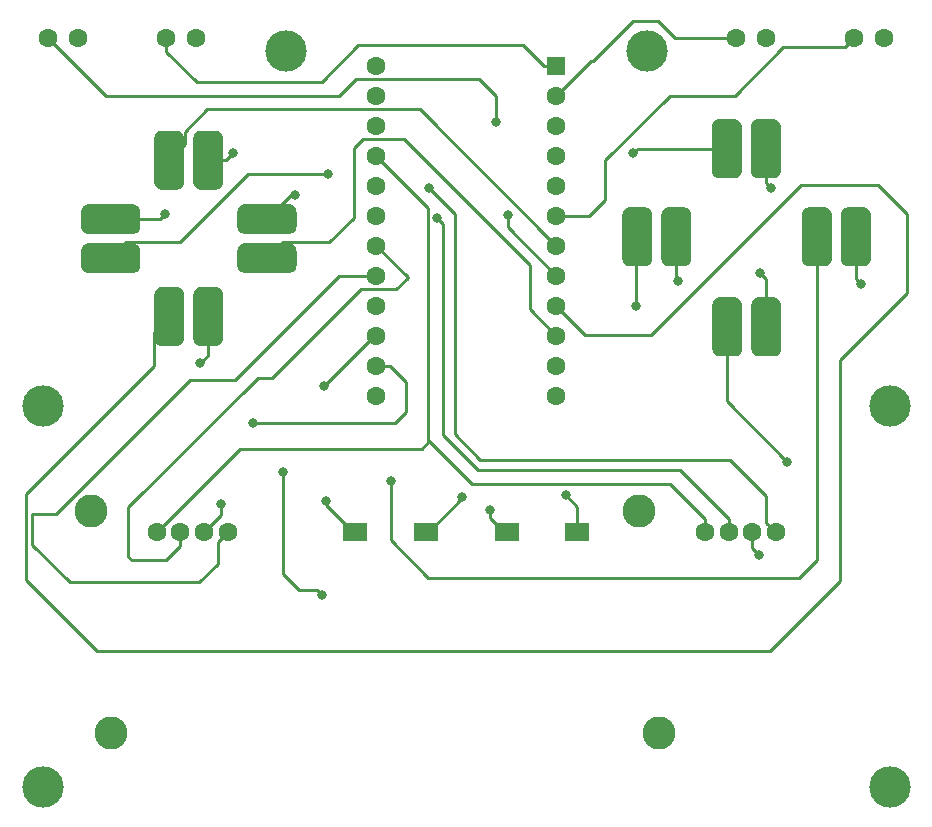
<source format=gbr>
G04 #@! TF.GenerationSoftware,KiCad,Pcbnew,5.0.2+dfsg1-1~bpo9+1*
G04 #@! TF.CreationDate,2019-08-16T14:47:34+01:00*
G04 #@! TF.ProjectId,retro_zero+a_controller,72657472-6f5f-47a6-9572-6f2b615f636f,rev?*
G04 #@! TF.SameCoordinates,Original*
G04 #@! TF.FileFunction,Copper,L1,Top*
G04 #@! TF.FilePolarity,Positive*
%FSLAX46Y46*%
G04 Gerber Fmt 4.6, Leading zero omitted, Abs format (unit mm)*
G04 Created by KiCad (PCBNEW 5.0.2+dfsg1-1~bpo9+1) date Fri 16 Aug 2019 14:47:34 BST*
%MOMM*%
%LPD*%
G01*
G04 APERTURE LIST*
G04 #@! TA.AperFunction,ComponentPad*
%ADD10R,1.600000X1.600000*%
G04 #@! TD*
G04 #@! TA.AperFunction,ComponentPad*
%ADD11C,1.600000*%
G04 #@! TD*
G04 #@! TA.AperFunction,Conductor*
%ADD12C,0.100000*%
G04 #@! TD*
G04 #@! TA.AperFunction,SMDPad,CuDef*
%ADD13C,2.500000*%
G04 #@! TD*
G04 #@! TA.AperFunction,ComponentPad*
%ADD14C,3.500000*%
G04 #@! TD*
G04 #@! TA.AperFunction,SMDPad,CuDef*
%ADD15R,2.000000X1.500000*%
G04 #@! TD*
G04 #@! TA.AperFunction,ComponentPad*
%ADD16C,2.800000*%
G04 #@! TD*
G04 #@! TA.AperFunction,ViaPad*
%ADD17C,0.800000*%
G04 #@! TD*
G04 #@! TA.AperFunction,Conductor*
%ADD18C,0.250000*%
G04 #@! TD*
G04 APERTURE END LIST*
D10*
G04 #@! TO.P,U1,1*
G04 #@! TO.N,Net-(SW13-Pad1)*
X140754100Y-62103000D03*
D11*
G04 #@! TO.P,U1,2*
G04 #@! TO.N,Net-(SW14-Pad1)*
X140754100Y-64643000D03*
G04 #@! TO.P,U1,3*
G04 #@! TO.N,Net-(U1-Pad3)*
X140754100Y-67183000D03*
G04 #@! TO.P,U1,4*
G04 #@! TO.N,Net-(U1-Pad4)*
X140754100Y-69723000D03*
G04 #@! TO.P,U1,5*
G04 #@! TO.N,Net-(SW9-Pad1)*
X140754100Y-72263000D03*
G04 #@! TO.P,U1,6*
G04 #@! TO.N,Net-(SW12-Pad1)*
X140754100Y-74803000D03*
G04 #@! TO.P,U1,7*
G04 #@! TO.N,Net-(SW3-Pad1)*
X140754100Y-77343000D03*
G04 #@! TO.P,U1,8*
G04 #@! TO.N,Net-(SW1-Pad1)*
X140754100Y-79883000D03*
G04 #@! TO.P,U1,9*
G04 #@! TO.N,Net-(SW4-Pad1)*
X140754100Y-82423000D03*
G04 #@! TO.P,U1,10*
G04 #@! TO.N,Net-(SW2-Pad1)*
X140754100Y-84963000D03*
G04 #@! TO.P,U1,11*
G04 #@! TO.N,Net-(SW10-Pad1)*
X140754100Y-87503000D03*
G04 #@! TO.P,U1,12*
G04 #@! TO.N,Net-(SW11-Pad1)*
X140754100Y-90043000D03*
G04 #@! TO.P,U1,13*
G04 #@! TO.N,Net-(SW5-Pad1)*
X125514100Y-90043000D03*
G04 #@! TO.P,U1,14*
G04 #@! TO.N,Net-(SW7-Pad1)*
X125514100Y-87503000D03*
G04 #@! TO.P,U1,15*
G04 #@! TO.N,Net-(SW6-Pad1)*
X125514100Y-84963000D03*
G04 #@! TO.P,U1,16*
G04 #@! TO.N,Net-(SW8-Pad1)*
X125514100Y-82423000D03*
G04 #@! TO.P,U1,17*
G04 #@! TO.N,Net-(U1-Pad17)*
X125514100Y-79883000D03*
G04 #@! TO.P,U1,18*
G04 #@! TO.N,Net-(U1-Pad18)*
X125514100Y-77343000D03*
G04 #@! TO.P,U1,19*
G04 #@! TO.N,Net-(U1-Pad19)*
X125514100Y-74803000D03*
G04 #@! TO.P,U1,20*
G04 #@! TO.N,Net-(U1-Pad20)*
X125514100Y-72263000D03*
G04 #@! TO.P,U1,21*
G04 #@! TO.N,Net-(U1-Pad21)*
X125514100Y-69723000D03*
G04 #@! TO.P,U1,22*
G04 #@! TO.N,Net-(U1-Pad22)*
X125514100Y-67183000D03*
G04 #@! TO.P,U1,23*
G04 #@! TO.N,Net-(SW1-Pad2)*
X125514100Y-64643000D03*
G04 #@! TO.P,U1,24*
G04 #@! TO.N,Net-(U1-Pad24)*
X125514100Y-62103000D03*
G04 #@! TD*
D12*
G04 #@! TO.N,Net-(SW1-Pad1)*
G04 #@! TO.C,SW1*
G36*
X104958661Y-77124710D02*
X105019331Y-77133709D01*
X105078828Y-77148612D01*
X105136577Y-77169275D01*
X105192023Y-77195499D01*
X105244631Y-77227031D01*
X105293896Y-77263568D01*
X105339342Y-77304758D01*
X105380532Y-77350204D01*
X105417069Y-77399469D01*
X105448601Y-77452077D01*
X105474825Y-77507523D01*
X105495488Y-77565272D01*
X105510391Y-77624769D01*
X105519390Y-77685439D01*
X105522400Y-77746700D01*
X105522400Y-78996700D01*
X105519390Y-79057961D01*
X105510391Y-79118631D01*
X105495488Y-79178128D01*
X105474825Y-79235877D01*
X105448601Y-79291323D01*
X105417069Y-79343931D01*
X105380532Y-79393196D01*
X105339342Y-79438642D01*
X105293896Y-79479832D01*
X105244631Y-79516369D01*
X105192023Y-79547901D01*
X105136577Y-79574125D01*
X105078828Y-79594788D01*
X105019331Y-79609691D01*
X104958661Y-79618690D01*
X104897400Y-79621700D01*
X101147400Y-79621700D01*
X101086139Y-79618690D01*
X101025469Y-79609691D01*
X100965972Y-79594788D01*
X100908223Y-79574125D01*
X100852777Y-79547901D01*
X100800169Y-79516369D01*
X100750904Y-79479832D01*
X100705458Y-79438642D01*
X100664268Y-79393196D01*
X100627731Y-79343931D01*
X100596199Y-79291323D01*
X100569975Y-79235877D01*
X100549312Y-79178128D01*
X100534409Y-79118631D01*
X100525410Y-79057961D01*
X100522400Y-78996700D01*
X100522400Y-77746700D01*
X100525410Y-77685439D01*
X100534409Y-77624769D01*
X100549312Y-77565272D01*
X100569975Y-77507523D01*
X100596199Y-77452077D01*
X100627731Y-77399469D01*
X100664268Y-77350204D01*
X100705458Y-77304758D01*
X100750904Y-77263568D01*
X100800169Y-77227031D01*
X100852777Y-77195499D01*
X100908223Y-77169275D01*
X100965972Y-77148612D01*
X101025469Y-77133709D01*
X101086139Y-77124710D01*
X101147400Y-77121700D01*
X104897400Y-77121700D01*
X104958661Y-77124710D01*
X104958661Y-77124710D01*
G37*
D13*
G04 #@! TD*
G04 #@! TO.P,SW1,1*
G04 #@! TO.N,Net-(SW1-Pad1)*
X103022400Y-78371700D03*
D12*
G04 #@! TO.N,Net-(SW1-Pad2)*
G04 #@! TO.C,SW1*
G36*
X104958661Y-73822710D02*
X105019331Y-73831709D01*
X105078828Y-73846612D01*
X105136577Y-73867275D01*
X105192023Y-73893499D01*
X105244631Y-73925031D01*
X105293896Y-73961568D01*
X105339342Y-74002758D01*
X105380532Y-74048204D01*
X105417069Y-74097469D01*
X105448601Y-74150077D01*
X105474825Y-74205523D01*
X105495488Y-74263272D01*
X105510391Y-74322769D01*
X105519390Y-74383439D01*
X105522400Y-74444700D01*
X105522400Y-75694700D01*
X105519390Y-75755961D01*
X105510391Y-75816631D01*
X105495488Y-75876128D01*
X105474825Y-75933877D01*
X105448601Y-75989323D01*
X105417069Y-76041931D01*
X105380532Y-76091196D01*
X105339342Y-76136642D01*
X105293896Y-76177832D01*
X105244631Y-76214369D01*
X105192023Y-76245901D01*
X105136577Y-76272125D01*
X105078828Y-76292788D01*
X105019331Y-76307691D01*
X104958661Y-76316690D01*
X104897400Y-76319700D01*
X101147400Y-76319700D01*
X101086139Y-76316690D01*
X101025469Y-76307691D01*
X100965972Y-76292788D01*
X100908223Y-76272125D01*
X100852777Y-76245901D01*
X100800169Y-76214369D01*
X100750904Y-76177832D01*
X100705458Y-76136642D01*
X100664268Y-76091196D01*
X100627731Y-76041931D01*
X100596199Y-75989323D01*
X100569975Y-75933877D01*
X100549312Y-75876128D01*
X100534409Y-75816631D01*
X100525410Y-75755961D01*
X100522400Y-75694700D01*
X100522400Y-74444700D01*
X100525410Y-74383439D01*
X100534409Y-74322769D01*
X100549312Y-74263272D01*
X100569975Y-74205523D01*
X100596199Y-74150077D01*
X100627731Y-74097469D01*
X100664268Y-74048204D01*
X100705458Y-74002758D01*
X100750904Y-73961568D01*
X100800169Y-73925031D01*
X100852777Y-73893499D01*
X100908223Y-73867275D01*
X100965972Y-73846612D01*
X101025469Y-73831709D01*
X101086139Y-73822710D01*
X101147400Y-73819700D01*
X104897400Y-73819700D01*
X104958661Y-73822710D01*
X104958661Y-73822710D01*
G37*
D13*
G04 #@! TD*
G04 #@! TO.P,SW1,2*
G04 #@! TO.N,Net-(SW1-Pad2)*
X103022400Y-75069700D03*
D12*
G04 #@! TO.N,Net-(SW2-Pad1)*
G04 #@! TO.C,SW2*
G36*
X118192061Y-77124710D02*
X118252731Y-77133709D01*
X118312228Y-77148612D01*
X118369977Y-77169275D01*
X118425423Y-77195499D01*
X118478031Y-77227031D01*
X118527296Y-77263568D01*
X118572742Y-77304758D01*
X118613932Y-77350204D01*
X118650469Y-77399469D01*
X118682001Y-77452077D01*
X118708225Y-77507523D01*
X118728888Y-77565272D01*
X118743791Y-77624769D01*
X118752790Y-77685439D01*
X118755800Y-77746700D01*
X118755800Y-78996700D01*
X118752790Y-79057961D01*
X118743791Y-79118631D01*
X118728888Y-79178128D01*
X118708225Y-79235877D01*
X118682001Y-79291323D01*
X118650469Y-79343931D01*
X118613932Y-79393196D01*
X118572742Y-79438642D01*
X118527296Y-79479832D01*
X118478031Y-79516369D01*
X118425423Y-79547901D01*
X118369977Y-79574125D01*
X118312228Y-79594788D01*
X118252731Y-79609691D01*
X118192061Y-79618690D01*
X118130800Y-79621700D01*
X114380800Y-79621700D01*
X114319539Y-79618690D01*
X114258869Y-79609691D01*
X114199372Y-79594788D01*
X114141623Y-79574125D01*
X114086177Y-79547901D01*
X114033569Y-79516369D01*
X113984304Y-79479832D01*
X113938858Y-79438642D01*
X113897668Y-79393196D01*
X113861131Y-79343931D01*
X113829599Y-79291323D01*
X113803375Y-79235877D01*
X113782712Y-79178128D01*
X113767809Y-79118631D01*
X113758810Y-79057961D01*
X113755800Y-78996700D01*
X113755800Y-77746700D01*
X113758810Y-77685439D01*
X113767809Y-77624769D01*
X113782712Y-77565272D01*
X113803375Y-77507523D01*
X113829599Y-77452077D01*
X113861131Y-77399469D01*
X113897668Y-77350204D01*
X113938858Y-77304758D01*
X113984304Y-77263568D01*
X114033569Y-77227031D01*
X114086177Y-77195499D01*
X114141623Y-77169275D01*
X114199372Y-77148612D01*
X114258869Y-77133709D01*
X114319539Y-77124710D01*
X114380800Y-77121700D01*
X118130800Y-77121700D01*
X118192061Y-77124710D01*
X118192061Y-77124710D01*
G37*
D13*
G04 #@! TD*
G04 #@! TO.P,SW2,1*
G04 #@! TO.N,Net-(SW2-Pad1)*
X116255800Y-78371700D03*
D12*
G04 #@! TO.N,Net-(SW1-Pad2)*
G04 #@! TO.C,SW2*
G36*
X118192061Y-73822710D02*
X118252731Y-73831709D01*
X118312228Y-73846612D01*
X118369977Y-73867275D01*
X118425423Y-73893499D01*
X118478031Y-73925031D01*
X118527296Y-73961568D01*
X118572742Y-74002758D01*
X118613932Y-74048204D01*
X118650469Y-74097469D01*
X118682001Y-74150077D01*
X118708225Y-74205523D01*
X118728888Y-74263272D01*
X118743791Y-74322769D01*
X118752790Y-74383439D01*
X118755800Y-74444700D01*
X118755800Y-75694700D01*
X118752790Y-75755961D01*
X118743791Y-75816631D01*
X118728888Y-75876128D01*
X118708225Y-75933877D01*
X118682001Y-75989323D01*
X118650469Y-76041931D01*
X118613932Y-76091196D01*
X118572742Y-76136642D01*
X118527296Y-76177832D01*
X118478031Y-76214369D01*
X118425423Y-76245901D01*
X118369977Y-76272125D01*
X118312228Y-76292788D01*
X118252731Y-76307691D01*
X118192061Y-76316690D01*
X118130800Y-76319700D01*
X114380800Y-76319700D01*
X114319539Y-76316690D01*
X114258869Y-76307691D01*
X114199372Y-76292788D01*
X114141623Y-76272125D01*
X114086177Y-76245901D01*
X114033569Y-76214369D01*
X113984304Y-76177832D01*
X113938858Y-76136642D01*
X113897668Y-76091196D01*
X113861131Y-76041931D01*
X113829599Y-75989323D01*
X113803375Y-75933877D01*
X113782712Y-75876128D01*
X113767809Y-75816631D01*
X113758810Y-75755961D01*
X113755800Y-75694700D01*
X113755800Y-74444700D01*
X113758810Y-74383439D01*
X113767809Y-74322769D01*
X113782712Y-74263272D01*
X113803375Y-74205523D01*
X113829599Y-74150077D01*
X113861131Y-74097469D01*
X113897668Y-74048204D01*
X113938858Y-74002758D01*
X113984304Y-73961568D01*
X114033569Y-73925031D01*
X114086177Y-73893499D01*
X114141623Y-73867275D01*
X114199372Y-73846612D01*
X114258869Y-73831709D01*
X114319539Y-73822710D01*
X114380800Y-73819700D01*
X118130800Y-73819700D01*
X118192061Y-73822710D01*
X118192061Y-73822710D01*
G37*
D13*
G04 #@! TD*
G04 #@! TO.P,SW2,2*
G04 #@! TO.N,Net-(SW1-Pad2)*
X116255800Y-75069700D03*
D12*
G04 #@! TO.N,Net-(SW1-Pad2)*
G04 #@! TO.C,SW3*
G36*
X111963661Y-67581610D02*
X112024331Y-67590609D01*
X112083828Y-67605512D01*
X112141577Y-67626175D01*
X112197023Y-67652399D01*
X112249631Y-67683931D01*
X112298896Y-67720468D01*
X112344342Y-67761658D01*
X112385532Y-67807104D01*
X112422069Y-67856369D01*
X112453601Y-67908977D01*
X112479825Y-67964423D01*
X112500488Y-68022172D01*
X112515391Y-68081669D01*
X112524390Y-68142339D01*
X112527400Y-68203600D01*
X112527400Y-71953600D01*
X112524390Y-72014861D01*
X112515391Y-72075531D01*
X112500488Y-72135028D01*
X112479825Y-72192777D01*
X112453601Y-72248223D01*
X112422069Y-72300831D01*
X112385532Y-72350096D01*
X112344342Y-72395542D01*
X112298896Y-72436732D01*
X112249631Y-72473269D01*
X112197023Y-72504801D01*
X112141577Y-72531025D01*
X112083828Y-72551688D01*
X112024331Y-72566591D01*
X111963661Y-72575590D01*
X111902400Y-72578600D01*
X110652400Y-72578600D01*
X110591139Y-72575590D01*
X110530469Y-72566591D01*
X110470972Y-72551688D01*
X110413223Y-72531025D01*
X110357777Y-72504801D01*
X110305169Y-72473269D01*
X110255904Y-72436732D01*
X110210458Y-72395542D01*
X110169268Y-72350096D01*
X110132731Y-72300831D01*
X110101199Y-72248223D01*
X110074975Y-72192777D01*
X110054312Y-72135028D01*
X110039409Y-72075531D01*
X110030410Y-72014861D01*
X110027400Y-71953600D01*
X110027400Y-68203600D01*
X110030410Y-68142339D01*
X110039409Y-68081669D01*
X110054312Y-68022172D01*
X110074975Y-67964423D01*
X110101199Y-67908977D01*
X110132731Y-67856369D01*
X110169268Y-67807104D01*
X110210458Y-67761658D01*
X110255904Y-67720468D01*
X110305169Y-67683931D01*
X110357777Y-67652399D01*
X110413223Y-67626175D01*
X110470972Y-67605512D01*
X110530469Y-67590609D01*
X110591139Y-67581610D01*
X110652400Y-67578600D01*
X111902400Y-67578600D01*
X111963661Y-67581610D01*
X111963661Y-67581610D01*
G37*
D13*
G04 #@! TD*
G04 #@! TO.P,SW3,2*
G04 #@! TO.N,Net-(SW1-Pad2)*
X111277400Y-70078600D03*
D12*
G04 #@! TO.N,Net-(SW3-Pad1)*
G04 #@! TO.C,SW3*
G36*
X108661661Y-67581610D02*
X108722331Y-67590609D01*
X108781828Y-67605512D01*
X108839577Y-67626175D01*
X108895023Y-67652399D01*
X108947631Y-67683931D01*
X108996896Y-67720468D01*
X109042342Y-67761658D01*
X109083532Y-67807104D01*
X109120069Y-67856369D01*
X109151601Y-67908977D01*
X109177825Y-67964423D01*
X109198488Y-68022172D01*
X109213391Y-68081669D01*
X109222390Y-68142339D01*
X109225400Y-68203600D01*
X109225400Y-71953600D01*
X109222390Y-72014861D01*
X109213391Y-72075531D01*
X109198488Y-72135028D01*
X109177825Y-72192777D01*
X109151601Y-72248223D01*
X109120069Y-72300831D01*
X109083532Y-72350096D01*
X109042342Y-72395542D01*
X108996896Y-72436732D01*
X108947631Y-72473269D01*
X108895023Y-72504801D01*
X108839577Y-72531025D01*
X108781828Y-72551688D01*
X108722331Y-72566591D01*
X108661661Y-72575590D01*
X108600400Y-72578600D01*
X107350400Y-72578600D01*
X107289139Y-72575590D01*
X107228469Y-72566591D01*
X107168972Y-72551688D01*
X107111223Y-72531025D01*
X107055777Y-72504801D01*
X107003169Y-72473269D01*
X106953904Y-72436732D01*
X106908458Y-72395542D01*
X106867268Y-72350096D01*
X106830731Y-72300831D01*
X106799199Y-72248223D01*
X106772975Y-72192777D01*
X106752312Y-72135028D01*
X106737409Y-72075531D01*
X106728410Y-72014861D01*
X106725400Y-71953600D01*
X106725400Y-68203600D01*
X106728410Y-68142339D01*
X106737409Y-68081669D01*
X106752312Y-68022172D01*
X106772975Y-67964423D01*
X106799199Y-67908977D01*
X106830731Y-67856369D01*
X106867268Y-67807104D01*
X106908458Y-67761658D01*
X106953904Y-67720468D01*
X107003169Y-67683931D01*
X107055777Y-67652399D01*
X107111223Y-67626175D01*
X107168972Y-67605512D01*
X107228469Y-67590609D01*
X107289139Y-67581610D01*
X107350400Y-67578600D01*
X108600400Y-67578600D01*
X108661661Y-67581610D01*
X108661661Y-67581610D01*
G37*
D13*
G04 #@! TD*
G04 #@! TO.P,SW3,1*
G04 #@! TO.N,Net-(SW3-Pad1)*
X107975400Y-70078600D03*
D12*
G04 #@! TO.N,Net-(SW1-Pad2)*
G04 #@! TO.C,SW4*
G36*
X111963661Y-80815010D02*
X112024331Y-80824009D01*
X112083828Y-80838912D01*
X112141577Y-80859575D01*
X112197023Y-80885799D01*
X112249631Y-80917331D01*
X112298896Y-80953868D01*
X112344342Y-80995058D01*
X112385532Y-81040504D01*
X112422069Y-81089769D01*
X112453601Y-81142377D01*
X112479825Y-81197823D01*
X112500488Y-81255572D01*
X112515391Y-81315069D01*
X112524390Y-81375739D01*
X112527400Y-81437000D01*
X112527400Y-85187000D01*
X112524390Y-85248261D01*
X112515391Y-85308931D01*
X112500488Y-85368428D01*
X112479825Y-85426177D01*
X112453601Y-85481623D01*
X112422069Y-85534231D01*
X112385532Y-85583496D01*
X112344342Y-85628942D01*
X112298896Y-85670132D01*
X112249631Y-85706669D01*
X112197023Y-85738201D01*
X112141577Y-85764425D01*
X112083828Y-85785088D01*
X112024331Y-85799991D01*
X111963661Y-85808990D01*
X111902400Y-85812000D01*
X110652400Y-85812000D01*
X110591139Y-85808990D01*
X110530469Y-85799991D01*
X110470972Y-85785088D01*
X110413223Y-85764425D01*
X110357777Y-85738201D01*
X110305169Y-85706669D01*
X110255904Y-85670132D01*
X110210458Y-85628942D01*
X110169268Y-85583496D01*
X110132731Y-85534231D01*
X110101199Y-85481623D01*
X110074975Y-85426177D01*
X110054312Y-85368428D01*
X110039409Y-85308931D01*
X110030410Y-85248261D01*
X110027400Y-85187000D01*
X110027400Y-81437000D01*
X110030410Y-81375739D01*
X110039409Y-81315069D01*
X110054312Y-81255572D01*
X110074975Y-81197823D01*
X110101199Y-81142377D01*
X110132731Y-81089769D01*
X110169268Y-81040504D01*
X110210458Y-80995058D01*
X110255904Y-80953868D01*
X110305169Y-80917331D01*
X110357777Y-80885799D01*
X110413223Y-80859575D01*
X110470972Y-80838912D01*
X110530469Y-80824009D01*
X110591139Y-80815010D01*
X110652400Y-80812000D01*
X111902400Y-80812000D01*
X111963661Y-80815010D01*
X111963661Y-80815010D01*
G37*
D13*
G04 #@! TD*
G04 #@! TO.P,SW4,2*
G04 #@! TO.N,Net-(SW1-Pad2)*
X111277400Y-83312000D03*
D12*
G04 #@! TO.N,Net-(SW4-Pad1)*
G04 #@! TO.C,SW4*
G36*
X108661661Y-80815010D02*
X108722331Y-80824009D01*
X108781828Y-80838912D01*
X108839577Y-80859575D01*
X108895023Y-80885799D01*
X108947631Y-80917331D01*
X108996896Y-80953868D01*
X109042342Y-80995058D01*
X109083532Y-81040504D01*
X109120069Y-81089769D01*
X109151601Y-81142377D01*
X109177825Y-81197823D01*
X109198488Y-81255572D01*
X109213391Y-81315069D01*
X109222390Y-81375739D01*
X109225400Y-81437000D01*
X109225400Y-85187000D01*
X109222390Y-85248261D01*
X109213391Y-85308931D01*
X109198488Y-85368428D01*
X109177825Y-85426177D01*
X109151601Y-85481623D01*
X109120069Y-85534231D01*
X109083532Y-85583496D01*
X109042342Y-85628942D01*
X108996896Y-85670132D01*
X108947631Y-85706669D01*
X108895023Y-85738201D01*
X108839577Y-85764425D01*
X108781828Y-85785088D01*
X108722331Y-85799991D01*
X108661661Y-85808990D01*
X108600400Y-85812000D01*
X107350400Y-85812000D01*
X107289139Y-85808990D01*
X107228469Y-85799991D01*
X107168972Y-85785088D01*
X107111223Y-85764425D01*
X107055777Y-85738201D01*
X107003169Y-85706669D01*
X106953904Y-85670132D01*
X106908458Y-85628942D01*
X106867268Y-85583496D01*
X106830731Y-85534231D01*
X106799199Y-85481623D01*
X106772975Y-85426177D01*
X106752312Y-85368428D01*
X106737409Y-85308931D01*
X106728410Y-85248261D01*
X106725400Y-85187000D01*
X106725400Y-81437000D01*
X106728410Y-81375739D01*
X106737409Y-81315069D01*
X106752312Y-81255572D01*
X106772975Y-81197823D01*
X106799199Y-81142377D01*
X106830731Y-81089769D01*
X106867268Y-81040504D01*
X106908458Y-80995058D01*
X106953904Y-80953868D01*
X107003169Y-80917331D01*
X107055777Y-80885799D01*
X107111223Y-80859575D01*
X107168972Y-80838912D01*
X107228469Y-80824009D01*
X107289139Y-80815010D01*
X107350400Y-80812000D01*
X108600400Y-80812000D01*
X108661661Y-80815010D01*
X108661661Y-80815010D01*
G37*
D13*
G04 #@! TD*
G04 #@! TO.P,SW4,1*
G04 #@! TO.N,Net-(SW4-Pad1)*
X107975400Y-83312000D03*
D12*
G04 #@! TO.N,Net-(SW1-Pad2)*
G04 #@! TO.C,SW5*
G36*
X159182261Y-66616410D02*
X159242931Y-66625409D01*
X159302428Y-66640312D01*
X159360177Y-66660975D01*
X159415623Y-66687199D01*
X159468231Y-66718731D01*
X159517496Y-66755268D01*
X159562942Y-66796458D01*
X159604132Y-66841904D01*
X159640669Y-66891169D01*
X159672201Y-66943777D01*
X159698425Y-66999223D01*
X159719088Y-67056972D01*
X159733991Y-67116469D01*
X159742990Y-67177139D01*
X159746000Y-67238400D01*
X159746000Y-70988400D01*
X159742990Y-71049661D01*
X159733991Y-71110331D01*
X159719088Y-71169828D01*
X159698425Y-71227577D01*
X159672201Y-71283023D01*
X159640669Y-71335631D01*
X159604132Y-71384896D01*
X159562942Y-71430342D01*
X159517496Y-71471532D01*
X159468231Y-71508069D01*
X159415623Y-71539601D01*
X159360177Y-71565825D01*
X159302428Y-71586488D01*
X159242931Y-71601391D01*
X159182261Y-71610390D01*
X159121000Y-71613400D01*
X157871000Y-71613400D01*
X157809739Y-71610390D01*
X157749069Y-71601391D01*
X157689572Y-71586488D01*
X157631823Y-71565825D01*
X157576377Y-71539601D01*
X157523769Y-71508069D01*
X157474504Y-71471532D01*
X157429058Y-71430342D01*
X157387868Y-71384896D01*
X157351331Y-71335631D01*
X157319799Y-71283023D01*
X157293575Y-71227577D01*
X157272912Y-71169828D01*
X157258009Y-71110331D01*
X157249010Y-71049661D01*
X157246000Y-70988400D01*
X157246000Y-67238400D01*
X157249010Y-67177139D01*
X157258009Y-67116469D01*
X157272912Y-67056972D01*
X157293575Y-66999223D01*
X157319799Y-66943777D01*
X157351331Y-66891169D01*
X157387868Y-66841904D01*
X157429058Y-66796458D01*
X157474504Y-66755268D01*
X157523769Y-66718731D01*
X157576377Y-66687199D01*
X157631823Y-66660975D01*
X157689572Y-66640312D01*
X157749069Y-66625409D01*
X157809739Y-66616410D01*
X157871000Y-66613400D01*
X159121000Y-66613400D01*
X159182261Y-66616410D01*
X159182261Y-66616410D01*
G37*
D13*
G04 #@! TD*
G04 #@! TO.P,SW5,2*
G04 #@! TO.N,Net-(SW1-Pad2)*
X158496000Y-69113400D03*
D12*
G04 #@! TO.N,Net-(SW5-Pad1)*
G04 #@! TO.C,SW5*
G36*
X155880261Y-66616410D02*
X155940931Y-66625409D01*
X156000428Y-66640312D01*
X156058177Y-66660975D01*
X156113623Y-66687199D01*
X156166231Y-66718731D01*
X156215496Y-66755268D01*
X156260942Y-66796458D01*
X156302132Y-66841904D01*
X156338669Y-66891169D01*
X156370201Y-66943777D01*
X156396425Y-66999223D01*
X156417088Y-67056972D01*
X156431991Y-67116469D01*
X156440990Y-67177139D01*
X156444000Y-67238400D01*
X156444000Y-70988400D01*
X156440990Y-71049661D01*
X156431991Y-71110331D01*
X156417088Y-71169828D01*
X156396425Y-71227577D01*
X156370201Y-71283023D01*
X156338669Y-71335631D01*
X156302132Y-71384896D01*
X156260942Y-71430342D01*
X156215496Y-71471532D01*
X156166231Y-71508069D01*
X156113623Y-71539601D01*
X156058177Y-71565825D01*
X156000428Y-71586488D01*
X155940931Y-71601391D01*
X155880261Y-71610390D01*
X155819000Y-71613400D01*
X154569000Y-71613400D01*
X154507739Y-71610390D01*
X154447069Y-71601391D01*
X154387572Y-71586488D01*
X154329823Y-71565825D01*
X154274377Y-71539601D01*
X154221769Y-71508069D01*
X154172504Y-71471532D01*
X154127058Y-71430342D01*
X154085868Y-71384896D01*
X154049331Y-71335631D01*
X154017799Y-71283023D01*
X153991575Y-71227577D01*
X153970912Y-71169828D01*
X153956009Y-71110331D01*
X153947010Y-71049661D01*
X153944000Y-70988400D01*
X153944000Y-67238400D01*
X153947010Y-67177139D01*
X153956009Y-67116469D01*
X153970912Y-67056972D01*
X153991575Y-66999223D01*
X154017799Y-66943777D01*
X154049331Y-66891169D01*
X154085868Y-66841904D01*
X154127058Y-66796458D01*
X154172504Y-66755268D01*
X154221769Y-66718731D01*
X154274377Y-66687199D01*
X154329823Y-66660975D01*
X154387572Y-66640312D01*
X154447069Y-66625409D01*
X154507739Y-66616410D01*
X154569000Y-66613400D01*
X155819000Y-66613400D01*
X155880261Y-66616410D01*
X155880261Y-66616410D01*
G37*
D13*
G04 #@! TD*
G04 #@! TO.P,SW5,1*
G04 #@! TO.N,Net-(SW5-Pad1)*
X155194000Y-69113400D03*
D12*
G04 #@! TO.N,Net-(SW6-Pad1)*
G04 #@! TO.C,SW6*
G36*
X155905661Y-81704010D02*
X155966331Y-81713009D01*
X156025828Y-81727912D01*
X156083577Y-81748575D01*
X156139023Y-81774799D01*
X156191631Y-81806331D01*
X156240896Y-81842868D01*
X156286342Y-81884058D01*
X156327532Y-81929504D01*
X156364069Y-81978769D01*
X156395601Y-82031377D01*
X156421825Y-82086823D01*
X156442488Y-82144572D01*
X156457391Y-82204069D01*
X156466390Y-82264739D01*
X156469400Y-82326000D01*
X156469400Y-86076000D01*
X156466390Y-86137261D01*
X156457391Y-86197931D01*
X156442488Y-86257428D01*
X156421825Y-86315177D01*
X156395601Y-86370623D01*
X156364069Y-86423231D01*
X156327532Y-86472496D01*
X156286342Y-86517942D01*
X156240896Y-86559132D01*
X156191631Y-86595669D01*
X156139023Y-86627201D01*
X156083577Y-86653425D01*
X156025828Y-86674088D01*
X155966331Y-86688991D01*
X155905661Y-86697990D01*
X155844400Y-86701000D01*
X154594400Y-86701000D01*
X154533139Y-86697990D01*
X154472469Y-86688991D01*
X154412972Y-86674088D01*
X154355223Y-86653425D01*
X154299777Y-86627201D01*
X154247169Y-86595669D01*
X154197904Y-86559132D01*
X154152458Y-86517942D01*
X154111268Y-86472496D01*
X154074731Y-86423231D01*
X154043199Y-86370623D01*
X154016975Y-86315177D01*
X153996312Y-86257428D01*
X153981409Y-86197931D01*
X153972410Y-86137261D01*
X153969400Y-86076000D01*
X153969400Y-82326000D01*
X153972410Y-82264739D01*
X153981409Y-82204069D01*
X153996312Y-82144572D01*
X154016975Y-82086823D01*
X154043199Y-82031377D01*
X154074731Y-81978769D01*
X154111268Y-81929504D01*
X154152458Y-81884058D01*
X154197904Y-81842868D01*
X154247169Y-81806331D01*
X154299777Y-81774799D01*
X154355223Y-81748575D01*
X154412972Y-81727912D01*
X154472469Y-81713009D01*
X154533139Y-81704010D01*
X154594400Y-81701000D01*
X155844400Y-81701000D01*
X155905661Y-81704010D01*
X155905661Y-81704010D01*
G37*
D13*
G04 #@! TD*
G04 #@! TO.P,SW6,1*
G04 #@! TO.N,Net-(SW6-Pad1)*
X155219400Y-84201000D03*
D12*
G04 #@! TO.N,Net-(SW1-Pad2)*
G04 #@! TO.C,SW6*
G36*
X159207661Y-81704010D02*
X159268331Y-81713009D01*
X159327828Y-81727912D01*
X159385577Y-81748575D01*
X159441023Y-81774799D01*
X159493631Y-81806331D01*
X159542896Y-81842868D01*
X159588342Y-81884058D01*
X159629532Y-81929504D01*
X159666069Y-81978769D01*
X159697601Y-82031377D01*
X159723825Y-82086823D01*
X159744488Y-82144572D01*
X159759391Y-82204069D01*
X159768390Y-82264739D01*
X159771400Y-82326000D01*
X159771400Y-86076000D01*
X159768390Y-86137261D01*
X159759391Y-86197931D01*
X159744488Y-86257428D01*
X159723825Y-86315177D01*
X159697601Y-86370623D01*
X159666069Y-86423231D01*
X159629532Y-86472496D01*
X159588342Y-86517942D01*
X159542896Y-86559132D01*
X159493631Y-86595669D01*
X159441023Y-86627201D01*
X159385577Y-86653425D01*
X159327828Y-86674088D01*
X159268331Y-86688991D01*
X159207661Y-86697990D01*
X159146400Y-86701000D01*
X157896400Y-86701000D01*
X157835139Y-86697990D01*
X157774469Y-86688991D01*
X157714972Y-86674088D01*
X157657223Y-86653425D01*
X157601777Y-86627201D01*
X157549169Y-86595669D01*
X157499904Y-86559132D01*
X157454458Y-86517942D01*
X157413268Y-86472496D01*
X157376731Y-86423231D01*
X157345199Y-86370623D01*
X157318975Y-86315177D01*
X157298312Y-86257428D01*
X157283409Y-86197931D01*
X157274410Y-86137261D01*
X157271400Y-86076000D01*
X157271400Y-82326000D01*
X157274410Y-82264739D01*
X157283409Y-82204069D01*
X157298312Y-82144572D01*
X157318975Y-82086823D01*
X157345199Y-82031377D01*
X157376731Y-81978769D01*
X157413268Y-81929504D01*
X157454458Y-81884058D01*
X157499904Y-81842868D01*
X157549169Y-81806331D01*
X157601777Y-81774799D01*
X157657223Y-81748575D01*
X157714972Y-81727912D01*
X157774469Y-81713009D01*
X157835139Y-81704010D01*
X157896400Y-81701000D01*
X159146400Y-81701000D01*
X159207661Y-81704010D01*
X159207661Y-81704010D01*
G37*
D13*
G04 #@! TD*
G04 #@! TO.P,SW6,2*
G04 #@! TO.N,Net-(SW1-Pad2)*
X158521400Y-84201000D03*
D12*
G04 #@! TO.N,Net-(SW7-Pad1)*
G04 #@! TO.C,SW7*
G36*
X148285661Y-74071310D02*
X148346331Y-74080309D01*
X148405828Y-74095212D01*
X148463577Y-74115875D01*
X148519023Y-74142099D01*
X148571631Y-74173631D01*
X148620896Y-74210168D01*
X148666342Y-74251358D01*
X148707532Y-74296804D01*
X148744069Y-74346069D01*
X148775601Y-74398677D01*
X148801825Y-74454123D01*
X148822488Y-74511872D01*
X148837391Y-74571369D01*
X148846390Y-74632039D01*
X148849400Y-74693300D01*
X148849400Y-78443300D01*
X148846390Y-78504561D01*
X148837391Y-78565231D01*
X148822488Y-78624728D01*
X148801825Y-78682477D01*
X148775601Y-78737923D01*
X148744069Y-78790531D01*
X148707532Y-78839796D01*
X148666342Y-78885242D01*
X148620896Y-78926432D01*
X148571631Y-78962969D01*
X148519023Y-78994501D01*
X148463577Y-79020725D01*
X148405828Y-79041388D01*
X148346331Y-79056291D01*
X148285661Y-79065290D01*
X148224400Y-79068300D01*
X146974400Y-79068300D01*
X146913139Y-79065290D01*
X146852469Y-79056291D01*
X146792972Y-79041388D01*
X146735223Y-79020725D01*
X146679777Y-78994501D01*
X146627169Y-78962969D01*
X146577904Y-78926432D01*
X146532458Y-78885242D01*
X146491268Y-78839796D01*
X146454731Y-78790531D01*
X146423199Y-78737923D01*
X146396975Y-78682477D01*
X146376312Y-78624728D01*
X146361409Y-78565231D01*
X146352410Y-78504561D01*
X146349400Y-78443300D01*
X146349400Y-74693300D01*
X146352410Y-74632039D01*
X146361409Y-74571369D01*
X146376312Y-74511872D01*
X146396975Y-74454123D01*
X146423199Y-74398677D01*
X146454731Y-74346069D01*
X146491268Y-74296804D01*
X146532458Y-74251358D01*
X146577904Y-74210168D01*
X146627169Y-74173631D01*
X146679777Y-74142099D01*
X146735223Y-74115875D01*
X146792972Y-74095212D01*
X146852469Y-74080309D01*
X146913139Y-74071310D01*
X146974400Y-74068300D01*
X148224400Y-74068300D01*
X148285661Y-74071310D01*
X148285661Y-74071310D01*
G37*
D13*
G04 #@! TD*
G04 #@! TO.P,SW7,1*
G04 #@! TO.N,Net-(SW7-Pad1)*
X147599400Y-76568300D03*
D12*
G04 #@! TO.N,Net-(SW1-Pad2)*
G04 #@! TO.C,SW7*
G36*
X151587661Y-74071310D02*
X151648331Y-74080309D01*
X151707828Y-74095212D01*
X151765577Y-74115875D01*
X151821023Y-74142099D01*
X151873631Y-74173631D01*
X151922896Y-74210168D01*
X151968342Y-74251358D01*
X152009532Y-74296804D01*
X152046069Y-74346069D01*
X152077601Y-74398677D01*
X152103825Y-74454123D01*
X152124488Y-74511872D01*
X152139391Y-74571369D01*
X152148390Y-74632039D01*
X152151400Y-74693300D01*
X152151400Y-78443300D01*
X152148390Y-78504561D01*
X152139391Y-78565231D01*
X152124488Y-78624728D01*
X152103825Y-78682477D01*
X152077601Y-78737923D01*
X152046069Y-78790531D01*
X152009532Y-78839796D01*
X151968342Y-78885242D01*
X151922896Y-78926432D01*
X151873631Y-78962969D01*
X151821023Y-78994501D01*
X151765577Y-79020725D01*
X151707828Y-79041388D01*
X151648331Y-79056291D01*
X151587661Y-79065290D01*
X151526400Y-79068300D01*
X150276400Y-79068300D01*
X150215139Y-79065290D01*
X150154469Y-79056291D01*
X150094972Y-79041388D01*
X150037223Y-79020725D01*
X149981777Y-78994501D01*
X149929169Y-78962969D01*
X149879904Y-78926432D01*
X149834458Y-78885242D01*
X149793268Y-78839796D01*
X149756731Y-78790531D01*
X149725199Y-78737923D01*
X149698975Y-78682477D01*
X149678312Y-78624728D01*
X149663409Y-78565231D01*
X149654410Y-78504561D01*
X149651400Y-78443300D01*
X149651400Y-74693300D01*
X149654410Y-74632039D01*
X149663409Y-74571369D01*
X149678312Y-74511872D01*
X149698975Y-74454123D01*
X149725199Y-74398677D01*
X149756731Y-74346069D01*
X149793268Y-74296804D01*
X149834458Y-74251358D01*
X149879904Y-74210168D01*
X149929169Y-74173631D01*
X149981777Y-74142099D01*
X150037223Y-74115875D01*
X150094972Y-74095212D01*
X150154469Y-74080309D01*
X150215139Y-74071310D01*
X150276400Y-74068300D01*
X151526400Y-74068300D01*
X151587661Y-74071310D01*
X151587661Y-74071310D01*
G37*
D13*
G04 #@! TD*
G04 #@! TO.P,SW7,2*
G04 #@! TO.N,Net-(SW1-Pad2)*
X150901400Y-76568300D03*
D12*
G04 #@! TO.N,Net-(SW1-Pad2)*
G04 #@! TO.C,SW8*
G36*
X166802261Y-74071310D02*
X166862931Y-74080309D01*
X166922428Y-74095212D01*
X166980177Y-74115875D01*
X167035623Y-74142099D01*
X167088231Y-74173631D01*
X167137496Y-74210168D01*
X167182942Y-74251358D01*
X167224132Y-74296804D01*
X167260669Y-74346069D01*
X167292201Y-74398677D01*
X167318425Y-74454123D01*
X167339088Y-74511872D01*
X167353991Y-74571369D01*
X167362990Y-74632039D01*
X167366000Y-74693300D01*
X167366000Y-78443300D01*
X167362990Y-78504561D01*
X167353991Y-78565231D01*
X167339088Y-78624728D01*
X167318425Y-78682477D01*
X167292201Y-78737923D01*
X167260669Y-78790531D01*
X167224132Y-78839796D01*
X167182942Y-78885242D01*
X167137496Y-78926432D01*
X167088231Y-78962969D01*
X167035623Y-78994501D01*
X166980177Y-79020725D01*
X166922428Y-79041388D01*
X166862931Y-79056291D01*
X166802261Y-79065290D01*
X166741000Y-79068300D01*
X165491000Y-79068300D01*
X165429739Y-79065290D01*
X165369069Y-79056291D01*
X165309572Y-79041388D01*
X165251823Y-79020725D01*
X165196377Y-78994501D01*
X165143769Y-78962969D01*
X165094504Y-78926432D01*
X165049058Y-78885242D01*
X165007868Y-78839796D01*
X164971331Y-78790531D01*
X164939799Y-78737923D01*
X164913575Y-78682477D01*
X164892912Y-78624728D01*
X164878009Y-78565231D01*
X164869010Y-78504561D01*
X164866000Y-78443300D01*
X164866000Y-74693300D01*
X164869010Y-74632039D01*
X164878009Y-74571369D01*
X164892912Y-74511872D01*
X164913575Y-74454123D01*
X164939799Y-74398677D01*
X164971331Y-74346069D01*
X165007868Y-74296804D01*
X165049058Y-74251358D01*
X165094504Y-74210168D01*
X165143769Y-74173631D01*
X165196377Y-74142099D01*
X165251823Y-74115875D01*
X165309572Y-74095212D01*
X165369069Y-74080309D01*
X165429739Y-74071310D01*
X165491000Y-74068300D01*
X166741000Y-74068300D01*
X166802261Y-74071310D01*
X166802261Y-74071310D01*
G37*
D13*
G04 #@! TD*
G04 #@! TO.P,SW8,2*
G04 #@! TO.N,Net-(SW1-Pad2)*
X166116000Y-76568300D03*
D12*
G04 #@! TO.N,Net-(SW8-Pad1)*
G04 #@! TO.C,SW8*
G36*
X163500261Y-74071310D02*
X163560931Y-74080309D01*
X163620428Y-74095212D01*
X163678177Y-74115875D01*
X163733623Y-74142099D01*
X163786231Y-74173631D01*
X163835496Y-74210168D01*
X163880942Y-74251358D01*
X163922132Y-74296804D01*
X163958669Y-74346069D01*
X163990201Y-74398677D01*
X164016425Y-74454123D01*
X164037088Y-74511872D01*
X164051991Y-74571369D01*
X164060990Y-74632039D01*
X164064000Y-74693300D01*
X164064000Y-78443300D01*
X164060990Y-78504561D01*
X164051991Y-78565231D01*
X164037088Y-78624728D01*
X164016425Y-78682477D01*
X163990201Y-78737923D01*
X163958669Y-78790531D01*
X163922132Y-78839796D01*
X163880942Y-78885242D01*
X163835496Y-78926432D01*
X163786231Y-78962969D01*
X163733623Y-78994501D01*
X163678177Y-79020725D01*
X163620428Y-79041388D01*
X163560931Y-79056291D01*
X163500261Y-79065290D01*
X163439000Y-79068300D01*
X162189000Y-79068300D01*
X162127739Y-79065290D01*
X162067069Y-79056291D01*
X162007572Y-79041388D01*
X161949823Y-79020725D01*
X161894377Y-78994501D01*
X161841769Y-78962969D01*
X161792504Y-78926432D01*
X161747058Y-78885242D01*
X161705868Y-78839796D01*
X161669331Y-78790531D01*
X161637799Y-78737923D01*
X161611575Y-78682477D01*
X161590912Y-78624728D01*
X161576009Y-78565231D01*
X161567010Y-78504561D01*
X161564000Y-78443300D01*
X161564000Y-74693300D01*
X161567010Y-74632039D01*
X161576009Y-74571369D01*
X161590912Y-74511872D01*
X161611575Y-74454123D01*
X161637799Y-74398677D01*
X161669331Y-74346069D01*
X161705868Y-74296804D01*
X161747058Y-74251358D01*
X161792504Y-74210168D01*
X161841769Y-74173631D01*
X161894377Y-74142099D01*
X161949823Y-74115875D01*
X162007572Y-74095212D01*
X162067069Y-74080309D01*
X162127739Y-74071310D01*
X162189000Y-74068300D01*
X163439000Y-74068300D01*
X163500261Y-74071310D01*
X163500261Y-74071310D01*
G37*
D13*
G04 #@! TD*
G04 #@! TO.P,SW8,1*
G04 #@! TO.N,Net-(SW8-Pad1)*
X162814000Y-76568300D03*
D11*
G04 #@! TO.P,SW10,2*
G04 #@! TO.N,Net-(SW1-Pad2)*
X100279200Y-59766200D03*
G04 #@! TO.P,SW10,1*
G04 #@! TO.N,Net-(SW10-Pad1)*
X97739200Y-59766200D03*
G04 #@! TD*
G04 #@! TO.P,SW12,1*
G04 #@! TO.N,Net-(SW12-Pad1)*
X165989000Y-59702700D03*
G04 #@! TO.P,SW12,2*
G04 #@! TO.N,Net-(SW1-Pad2)*
X168529000Y-59702700D03*
G04 #@! TD*
D14*
G04 #@! TO.P,U2,1*
G04 #@! TO.N,Net-(U2-Pad1)*
X148412200Y-60858400D03*
G04 #@! TD*
G04 #@! TO.P,U3,1*
G04 #@! TO.N,Net-(U3-Pad1)*
X168986200Y-90932000D03*
G04 #@! TD*
G04 #@! TO.P,U4,1*
G04 #@! TO.N,Net-(U4-Pad1)*
X117856000Y-60858400D03*
G04 #@! TD*
G04 #@! TO.P,U5,1*
G04 #@! TO.N,Net-(U5-Pad1)*
X97282000Y-90919300D03*
G04 #@! TD*
D15*
G04 #@! TO.P,SW9,2*
G04 #@! TO.N,Net-(SW1-Pad2)*
X123748800Y-101549200D03*
G04 #@! TO.P,SW9,1*
G04 #@! TO.N,Net-(SW9-Pad1)*
X129717800Y-101549200D03*
G04 #@! TD*
G04 #@! TO.P,SW11,1*
G04 #@! TO.N,Net-(SW11-Pad1)*
X142544800Y-101549200D03*
G04 #@! TO.P,SW11,2*
G04 #@! TO.N,Net-(SW1-Pad2)*
X136575800Y-101549200D03*
G04 #@! TD*
D11*
G04 #@! TO.P,SW13,2*
G04 #@! TO.N,Net-(SW1-Pad2)*
X110274100Y-59778900D03*
G04 #@! TO.P,SW13,1*
G04 #@! TO.N,Net-(SW13-Pad1)*
X107734100Y-59778900D03*
G04 #@! TD*
G04 #@! TO.P,SW14,1*
G04 #@! TO.N,Net-(SW14-Pad1)*
X155981400Y-59702700D03*
G04 #@! TO.P,SW14,2*
G04 #@! TO.N,Net-(SW1-Pad2)*
X158521400Y-59702700D03*
G04 #@! TD*
D16*
G04 #@! TO.P,U6,6*
G04 #@! TO.N,N/C*
X103022400Y-118605300D03*
G04 #@! TO.P,U6,5*
X101320600Y-99783900D03*
D11*
G04 #@! TO.P,U6,4*
G04 #@! TO.N,Net-(U1-Pad21)*
X106921300Y-101587300D03*
G04 #@! TO.P,U6,3*
G04 #@! TO.N,Net-(U1-Pad18)*
X108927900Y-101587300D03*
G04 #@! TO.P,U6,2*
G04 #@! TO.N,Net-(SW1-Pad2)*
X110934500Y-101587300D03*
G04 #@! TO.P,U6,1*
G04 #@! TO.N,Net-(U1-Pad17)*
X112941100Y-101587300D03*
G04 #@! TD*
G04 #@! TO.P,U7,1*
G04 #@! TO.N,Net-(U1-Pad20)*
X159346900Y-101587300D03*
G04 #@! TO.P,U7,2*
G04 #@! TO.N,Net-(SW1-Pad2)*
X157340300Y-101587300D03*
G04 #@! TO.P,U7,3*
G04 #@! TO.N,Net-(U1-Pad19)*
X155333700Y-101587300D03*
G04 #@! TO.P,U7,4*
G04 #@! TO.N,Net-(U1-Pad21)*
X153327100Y-101587300D03*
D16*
G04 #@! TO.P,U7,5*
G04 #@! TO.N,N/C*
X147726400Y-99783900D03*
G04 #@! TO.P,U7,6*
X149428200Y-118605300D03*
G04 #@! TD*
D14*
G04 #@! TO.P,U8,1*
G04 #@! TO.N,Net-(U8-Pad1)*
X97282000Y-123126500D03*
G04 #@! TD*
G04 #@! TO.P,U9,1*
G04 #@! TO.N,Net-(U9-Pad1)*
X168986200Y-123126500D03*
G04 #@! TD*
D17*
G04 #@! TO.N,Net-(SW1-Pad1)*
X121450100Y-71297800D03*
X136626600Y-74739500D03*
G04 #@! TO.N,Net-(SW1-Pad2)*
X107632500Y-74637900D03*
X113372900Y-69456300D03*
X118643400Y-73075800D03*
X135140700Y-99733100D03*
X157988000Y-79603600D03*
X151079200Y-80352900D03*
X166509700Y-80543400D03*
X158940500Y-72466200D03*
X121272300Y-98933000D03*
X157949900Y-103530400D03*
X112369600Y-99237800D03*
X110617000Y-87287100D03*
G04 #@! TO.N,Net-(SW5-Pad1)*
X147269200Y-69519800D03*
G04 #@! TO.N,Net-(SW6-Pad1)*
X160312100Y-95605600D03*
X120916700Y-106895900D03*
X117627400Y-96494600D03*
X121119900Y-89192100D03*
G04 #@! TO.N,Net-(SW7-Pad1)*
X115112800Y-92354400D03*
X147535900Y-82448400D03*
G04 #@! TO.N,Net-(SW8-Pad1)*
X126758700Y-97231200D03*
G04 #@! TO.N,Net-(SW9-Pad1)*
X132803900Y-98615500D03*
G04 #@! TO.N,Net-(SW10-Pad1)*
X135623300Y-66865500D03*
G04 #@! TO.N,Net-(SW11-Pad1)*
X141554200Y-98425000D03*
G04 #@! TO.N,Net-(U1-Pad19)*
X130670300Y-74968100D03*
G04 #@! TO.N,Net-(U1-Pad20)*
X129933700Y-72428100D03*
G04 #@! TD*
D18*
G04 #@! TO.N,Net-(SW1-Pad1)*
X104343110Y-77050990D02*
X108927810Y-77050990D01*
X103022400Y-78371700D02*
X104343110Y-77050990D01*
X114681000Y-71297800D02*
X121450100Y-71297800D01*
X108927810Y-77050990D02*
X114681000Y-71297800D01*
X136626600Y-75755500D02*
X140754100Y-79883000D01*
X136626600Y-74739500D02*
X136626600Y-75755500D01*
G04 #@! TO.N,Net-(SW1-Pad2)*
X107200700Y-75069700D02*
X107632500Y-74637900D01*
X103022400Y-75069700D02*
X107200700Y-75069700D01*
X112750600Y-70078600D02*
X113372900Y-69456300D01*
X111277400Y-70078600D02*
X112750600Y-70078600D01*
X118249700Y-73075800D02*
X118643400Y-73075800D01*
X116255800Y-75069700D02*
X118249700Y-73075800D01*
X135140700Y-100364100D02*
X135140700Y-99733100D01*
X136325800Y-101549200D02*
X135140700Y-100364100D01*
X136575800Y-101549200D02*
X136325800Y-101549200D01*
X158521400Y-80137000D02*
X157988000Y-79603600D01*
X158521400Y-84201000D02*
X158521400Y-80137000D01*
X150901400Y-80175100D02*
X151079200Y-80352900D01*
X150901400Y-76568300D02*
X150901400Y-80175100D01*
X166116000Y-80149700D02*
X166509700Y-80543400D01*
X166116000Y-76568300D02*
X166116000Y-80149700D01*
X158496000Y-72021700D02*
X158940500Y-72466200D01*
X158496000Y-69113400D02*
X158496000Y-72021700D01*
X121272300Y-99322700D02*
X121272300Y-98933000D01*
X123498800Y-101549200D02*
X121272300Y-99322700D01*
X123748800Y-101549200D02*
X123498800Y-101549200D01*
X157340300Y-102920800D02*
X157949900Y-103530400D01*
X157340300Y-101587300D02*
X157340300Y-102920800D01*
X112369600Y-100152200D02*
X112369600Y-99237800D01*
X110934500Y-101587300D02*
X112369600Y-100152200D01*
X111277400Y-86626700D02*
X110617000Y-87287100D01*
X111277400Y-83312000D02*
X111277400Y-86626700D01*
G04 #@! TO.N,Net-(SW2-Pad1)*
X116255800Y-78371700D02*
X117576510Y-77050990D01*
X117576510Y-77050990D02*
X121513510Y-77050990D01*
X121513510Y-77050990D02*
X123609100Y-74955400D01*
X123609100Y-74955400D02*
X123609100Y-69049900D01*
X124350999Y-68308001D02*
X127843499Y-68308001D01*
X123609100Y-69049900D02*
X124350999Y-68308001D01*
X127843499Y-68308001D02*
X138518900Y-78983402D01*
X138518900Y-82727800D02*
X140754100Y-84963000D01*
X138518900Y-78983402D02*
X138518900Y-82727800D01*
G04 #@! TO.N,Net-(SW3-Pad1)*
X129179101Y-65768001D02*
X140754100Y-77343000D01*
X107975400Y-70078600D02*
X109296110Y-68757890D01*
X109296110Y-68757890D02*
X109296110Y-67665690D01*
X109296110Y-67665690D02*
X111193799Y-65768001D01*
X111193799Y-65768001D02*
X129179101Y-65768001D01*
G04 #@! TO.N,Net-(SW4-Pad1)*
X106654690Y-84632710D02*
X106654690Y-87553710D01*
X107975400Y-83312000D02*
X106654690Y-84632710D01*
X95879490Y-98328910D02*
X95879490Y-105645790D01*
X106654690Y-87553710D02*
X95879490Y-98328910D01*
X95879490Y-105645790D02*
X101866700Y-111633000D01*
X101866700Y-111633000D02*
X158838900Y-111633000D01*
X158838900Y-111633000D02*
X164782500Y-105689400D01*
X164782500Y-105689400D02*
X164782500Y-86995000D01*
X164782500Y-86995000D02*
X170459400Y-81318100D01*
X170459400Y-81318100D02*
X170459400Y-74612500D01*
X170459400Y-74612500D02*
X167995600Y-72148700D01*
X167995600Y-72148700D02*
X161505900Y-72148700D01*
X161505900Y-72148700D02*
X148767800Y-84886800D01*
X143217900Y-84886800D02*
X140754100Y-82423000D01*
X148767800Y-84886800D02*
X143217900Y-84886800D01*
G04 #@! TO.N,Net-(SW5-Pad1)*
X147675600Y-69113400D02*
X147269200Y-69519800D01*
X155194000Y-69113400D02*
X147675600Y-69113400D01*
G04 #@! TO.N,Net-(SW6-Pad1)*
X155219400Y-90512900D02*
X160312100Y-95605600D01*
X155219400Y-84201000D02*
X155219400Y-90512900D01*
X120516701Y-106495901D02*
X118980001Y-106495901D01*
X120916700Y-106895900D02*
X120516701Y-106495901D01*
X117627400Y-105143300D02*
X117627400Y-96494600D01*
X118980001Y-106495901D02*
X117627400Y-105143300D01*
X125349000Y-84963000D02*
X125514100Y-84963000D01*
X121119900Y-89192100D02*
X125349000Y-84963000D01*
G04 #@! TO.N,Net-(SW7-Pad1)*
X125514100Y-87503000D02*
X126695200Y-87503000D01*
X126695200Y-87503000D02*
X128054100Y-88861900D01*
X128054100Y-88861900D02*
X128054100Y-91376500D01*
X127076200Y-92354400D02*
X115112800Y-92354400D01*
X128054100Y-91376500D02*
X127076200Y-92354400D01*
X147535900Y-76631800D02*
X147599400Y-76568300D01*
X147535900Y-82448400D02*
X147535900Y-76631800D01*
G04 #@! TO.N,Net-(SW8-Pad1)*
X162814000Y-76568300D02*
X162814000Y-103949500D01*
X162814000Y-103949500D02*
X161340800Y-105422700D01*
X161340800Y-105422700D02*
X129908300Y-105422700D01*
X126758700Y-102273100D02*
X126758700Y-97231200D01*
X129908300Y-105422700D02*
X126758700Y-102273100D01*
G04 #@! TO.N,Net-(SW9-Pad1)*
X129967800Y-101549200D02*
X132803900Y-98713100D01*
X132803900Y-98713100D02*
X132803900Y-98615500D01*
X129717800Y-101549200D02*
X129967800Y-101549200D01*
G04 #@! TO.N,Net-(SW10-Pad1)*
X102628700Y-64655700D02*
X122389900Y-64655700D01*
X97739200Y-59766200D02*
X102628700Y-64655700D01*
X123817599Y-63228001D02*
X134182901Y-63228001D01*
X122389900Y-64655700D02*
X123817599Y-63228001D01*
X135623300Y-64668400D02*
X135623300Y-66865500D01*
X134182901Y-63228001D02*
X135623300Y-64668400D01*
G04 #@! TO.N,Net-(SW11-Pad1)*
X142544800Y-99415600D02*
X141554200Y-98425000D01*
X142544800Y-101549200D02*
X142544800Y-99415600D01*
G04 #@! TO.N,Net-(SW12-Pad1)*
X143497300Y-74803000D02*
X140754100Y-74803000D01*
X144881600Y-73418700D02*
X143497300Y-74803000D01*
X144881600Y-70091300D02*
X144881600Y-73418700D01*
X150355300Y-64617600D02*
X144881600Y-70091300D01*
X165989000Y-59702700D02*
X165189001Y-60502699D01*
X165189001Y-60502699D02*
X159961181Y-60502699D01*
X155846280Y-64617600D02*
X150355300Y-64617600D01*
X159961181Y-60502699D02*
X155846280Y-64617600D01*
G04 #@! TO.N,Net-(U1-Pad17)*
X112141101Y-102387299D02*
X112141101Y-104241499D01*
X112941100Y-101587300D02*
X112141101Y-102387299D01*
X112141101Y-104241499D02*
X110540800Y-105841800D01*
X110540800Y-105841800D02*
X99542600Y-105841800D01*
X99542600Y-105841800D02*
X96329500Y-102628700D01*
X96329500Y-102628700D02*
X96329500Y-100037900D01*
X98395020Y-100037900D02*
X109748820Y-88684100D01*
X96329500Y-100037900D02*
X98395020Y-100037900D01*
X109748820Y-88684100D02*
X113576100Y-88684100D01*
X122377200Y-79883000D02*
X125514100Y-79883000D01*
X113576100Y-88684100D02*
X122377200Y-79883000D01*
G04 #@! TO.N,Net-(U1-Pad18)*
X108927900Y-102718670D02*
X107684370Y-103962200D01*
X108927900Y-101587300D02*
X108927900Y-102718670D01*
X107684370Y-103962200D02*
X104800400Y-103962200D01*
X104800400Y-103962200D02*
X104495600Y-103657400D01*
X104495600Y-103657400D02*
X104495600Y-99491800D01*
X104495600Y-99491800D02*
X115455700Y-88531700D01*
X115455700Y-88531700D02*
X116713000Y-88531700D01*
X124236699Y-81008001D02*
X127221199Y-81008001D01*
X116713000Y-88531700D02*
X124236699Y-81008001D01*
X127221199Y-81008001D02*
X128181100Y-80048100D01*
X128181100Y-80010000D02*
X125514100Y-77343000D01*
X128181100Y-80048100D02*
X128181100Y-80010000D01*
G04 #@! TO.N,Net-(U1-Pad19)*
X155333700Y-100455930D02*
X151219970Y-96342200D01*
X155333700Y-101587300D02*
X155333700Y-100455930D01*
X151219970Y-96342200D02*
X134124700Y-96342200D01*
X134124700Y-96342200D02*
X131165600Y-93383100D01*
X131165600Y-75463400D02*
X130670300Y-74968100D01*
X131165600Y-93383100D02*
X131165600Y-75463400D01*
G04 #@! TO.N,Net-(U1-Pad20)*
X158546901Y-100787301D02*
X158546901Y-98933101D01*
X159346900Y-101587300D02*
X158546901Y-100787301D01*
X158546901Y-98933101D02*
X158546901Y-98501301D01*
X158546901Y-98501301D02*
X155486100Y-95440500D01*
X134302500Y-95440500D02*
X132168900Y-93306900D01*
X155486100Y-95440500D02*
X134302500Y-95440500D01*
X132168900Y-74663300D02*
X129933700Y-72428100D01*
X132168900Y-93306900D02*
X132168900Y-74663300D01*
G04 #@! TO.N,Net-(U1-Pad21)*
X106921300Y-101587300D02*
X113995200Y-94513400D01*
X113995200Y-94513400D02*
X129362200Y-94513400D01*
X129362200Y-94513400D02*
X129908300Y-93967300D01*
X129908300Y-74117200D02*
X125514100Y-69723000D01*
X153327100Y-100455930D02*
X150393400Y-97522230D01*
X153327100Y-101587300D02*
X153327100Y-100455930D01*
X133653730Y-97522230D02*
X129908300Y-93776800D01*
X150393400Y-97522230D02*
X133653730Y-97522230D01*
X129908300Y-93776800D02*
X129908300Y-74117200D01*
X129908300Y-93967300D02*
X129908300Y-93776800D01*
G04 #@! TO.N,Net-(SW13-Pad1)*
X107734100Y-60910270D02*
X110311130Y-63487300D01*
X107734100Y-59778900D02*
X107734100Y-60910270D01*
X110311130Y-63487300D02*
X120878600Y-63487300D01*
X120878600Y-63487300D02*
X124002800Y-60363100D01*
X139704100Y-62103000D02*
X140754100Y-62103000D01*
X137964200Y-60363100D02*
X139704100Y-62103000D01*
X124002800Y-60363100D02*
X137964200Y-60363100D01*
G04 #@! TO.N,Net-(SW14-Pad1)*
X155981400Y-59702700D02*
X150774400Y-59702700D01*
X150774400Y-59702700D02*
X149377400Y-58305700D01*
X149377400Y-58305700D02*
X147231100Y-58305700D01*
X147231100Y-58305700D02*
X143827500Y-61709300D01*
X143687800Y-61709300D02*
X140754100Y-64643000D01*
X143827500Y-61709300D02*
X143687800Y-61709300D01*
G04 #@! TD*
M02*

</source>
